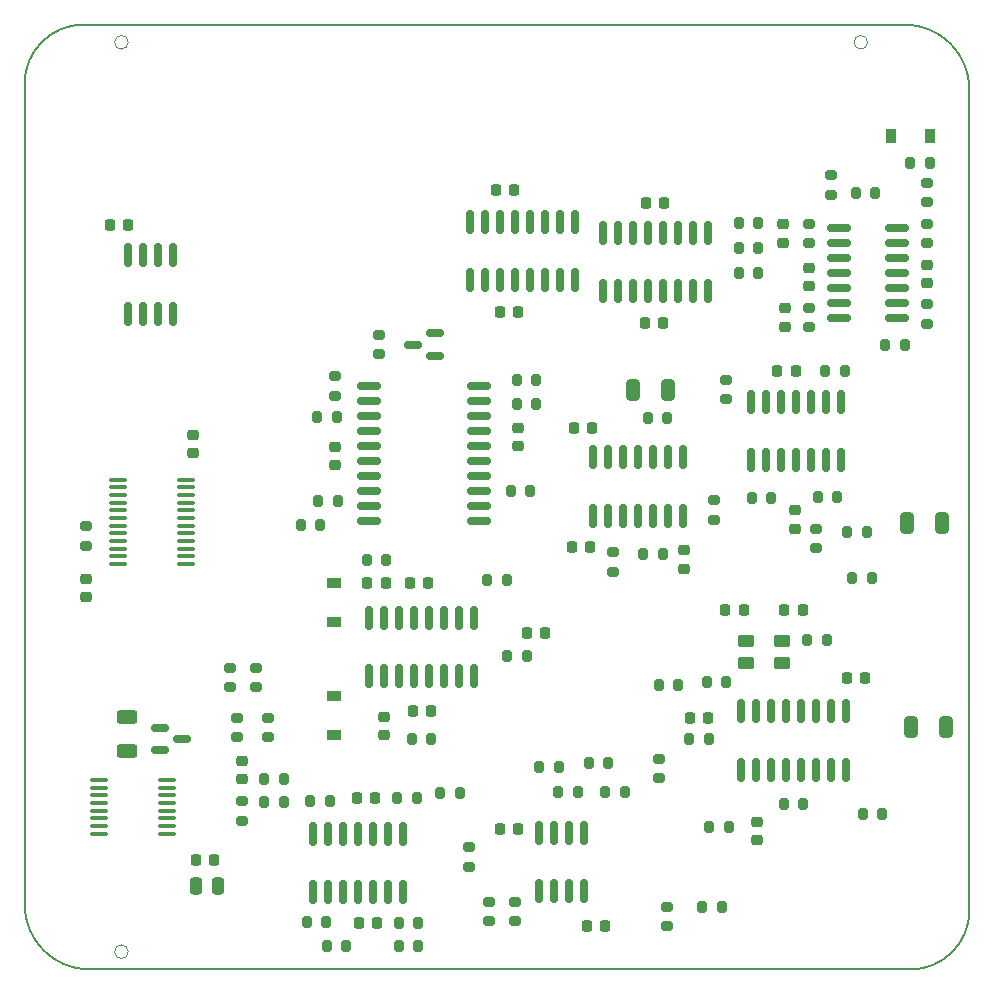
<source format=gbr>
G04 #@! TF.GenerationSoftware,KiCad,Pcbnew,6.0.7-f9a2dced07~116~ubuntu20.04.1*
G04 #@! TF.CreationDate,2022-09-15T12:31:24-07:00*
G04 #@! TF.ProjectId,as3340,61733333-3430-42e6-9b69-6361645f7063,rev?*
G04 #@! TF.SameCoordinates,Original*
G04 #@! TF.FileFunction,Paste,Top*
G04 #@! TF.FilePolarity,Positive*
%FSLAX46Y46*%
G04 Gerber Fmt 4.6, Leading zero omitted, Abs format (unit mm)*
G04 Created by KiCad (PCBNEW 6.0.7-f9a2dced07~116~ubuntu20.04.1) date 2022-09-15 12:31:24*
%MOMM*%
%LPD*%
G01*
G04 APERTURE LIST*
G04 Aperture macros list*
%AMRoundRect*
0 Rectangle with rounded corners*
0 $1 Rounding radius*
0 $2 $3 $4 $5 $6 $7 $8 $9 X,Y pos of 4 corners*
0 Add a 4 corners polygon primitive as box body*
4,1,4,$2,$3,$4,$5,$6,$7,$8,$9,$2,$3,0*
0 Add four circle primitives for the rounded corners*
1,1,$1+$1,$2,$3*
1,1,$1+$1,$4,$5*
1,1,$1+$1,$6,$7*
1,1,$1+$1,$8,$9*
0 Add four rect primitives between the rounded corners*
20,1,$1+$1,$2,$3,$4,$5,0*
20,1,$1+$1,$4,$5,$6,$7,0*
20,1,$1+$1,$6,$7,$8,$9,0*
20,1,$1+$1,$8,$9,$2,$3,0*%
G04 Aperture macros list end*
G04 #@! TA.AperFunction,Profile*
%ADD10C,0.150000*%
G04 #@! TD*
G04 #@! TA.AperFunction,Profile*
%ADD11C,0.050000*%
G04 #@! TD*
%ADD12RoundRect,0.225000X0.225000X0.250000X-0.225000X0.250000X-0.225000X-0.250000X0.225000X-0.250000X0*%
%ADD13RoundRect,0.225000X-0.250000X0.225000X-0.250000X-0.225000X0.250000X-0.225000X0.250000X0.225000X0*%
%ADD14RoundRect,0.150000X0.150000X-0.825000X0.150000X0.825000X-0.150000X0.825000X-0.150000X-0.825000X0*%
%ADD15RoundRect,0.225000X-0.225000X-0.250000X0.225000X-0.250000X0.225000X0.250000X-0.225000X0.250000X0*%
%ADD16RoundRect,0.200000X0.200000X0.275000X-0.200000X0.275000X-0.200000X-0.275000X0.200000X-0.275000X0*%
%ADD17RoundRect,0.250000X0.450000X-0.262500X0.450000X0.262500X-0.450000X0.262500X-0.450000X-0.262500X0*%
%ADD18RoundRect,0.200000X-0.200000X-0.275000X0.200000X-0.275000X0.200000X0.275000X-0.200000X0.275000X0*%
%ADD19RoundRect,0.200000X-0.275000X0.200000X-0.275000X-0.200000X0.275000X-0.200000X0.275000X0.200000X0*%
%ADD20RoundRect,0.225000X0.250000X-0.225000X0.250000X0.225000X-0.250000X0.225000X-0.250000X-0.225000X0*%
%ADD21RoundRect,0.200000X0.275000X-0.200000X0.275000X0.200000X-0.275000X0.200000X-0.275000X-0.200000X0*%
%ADD22RoundRect,0.250000X-0.250000X-0.475000X0.250000X-0.475000X0.250000X0.475000X-0.250000X0.475000X0*%
%ADD23RoundRect,0.250000X-0.625000X0.312500X-0.625000X-0.312500X0.625000X-0.312500X0.625000X0.312500X0*%
%ADD24RoundRect,0.150000X-0.825000X-0.150000X0.825000X-0.150000X0.825000X0.150000X-0.825000X0.150000X0*%
%ADD25RoundRect,0.250000X-0.325000X-0.650000X0.325000X-0.650000X0.325000X0.650000X-0.325000X0.650000X0*%
%ADD26RoundRect,0.100000X-0.637500X-0.100000X0.637500X-0.100000X0.637500X0.100000X-0.637500X0.100000X0*%
%ADD27RoundRect,0.100000X0.637500X0.100000X-0.637500X0.100000X-0.637500X-0.100000X0.637500X-0.100000X0*%
%ADD28RoundRect,0.150000X-0.150000X0.825000X-0.150000X-0.825000X0.150000X-0.825000X0.150000X0.825000X0*%
%ADD29RoundRect,0.250000X0.325000X0.650000X-0.325000X0.650000X-0.325000X-0.650000X0.325000X-0.650000X0*%
%ADD30RoundRect,0.218750X-0.256250X0.218750X-0.256250X-0.218750X0.256250X-0.218750X0.256250X0.218750X0*%
%ADD31R,1.200000X0.900000*%
%ADD32R,0.900000X1.200000*%
%ADD33RoundRect,0.150000X-0.875000X-0.150000X0.875000X-0.150000X0.875000X0.150000X-0.875000X0.150000X0*%
%ADD34RoundRect,0.150000X-0.587500X-0.150000X0.587500X-0.150000X0.587500X0.150000X-0.587500X0.150000X0*%
%ADD35RoundRect,0.150000X0.587500X0.150000X-0.587500X0.150000X-0.587500X-0.150000X0.587500X-0.150000X0*%
G04 APERTURE END LIST*
D10*
X147000000Y179000000D02*
G75*
G03*
X141500000Y184500000I-5500000J0D01*
G01*
X72000000Y184500000D02*
G75*
G03*
X67000000Y179500000I0J-5000000D01*
G01*
X72000000Y184500000D02*
X141500000Y184500000D01*
X142000000Y104500000D02*
G75*
G03*
X147000000Y109500000I0J5000000D01*
G01*
X67000000Y110000000D02*
G75*
G03*
X72500000Y104500000I5500000J0D01*
G01*
X142000000Y104500000D02*
X72500000Y104500000D01*
X67000000Y179500000D02*
X67000000Y110000000D01*
X147000000Y109500000D02*
X147000000Y179000000D01*
D11*
X138376000Y183000000D02*
G75*
G03*
X138376000Y183000000I-576000J0D01*
G01*
X75776000Y106000000D02*
G75*
G03*
X75776000Y106000000I-576000J0D01*
G01*
X75776000Y183000000D02*
G75*
G03*
X75776000Y183000000I-576000J0D01*
G01*
D12*
X108475000Y170475000D03*
X106925000Y170475000D03*
X121075000Y159200000D03*
X119525000Y159200000D03*
D13*
X133400000Y163875000D03*
X133400000Y162325000D03*
D14*
X127655000Y121425000D03*
X128925000Y121425000D03*
X130195000Y121425000D03*
X131465000Y121425000D03*
X132735000Y121425000D03*
X134005000Y121425000D03*
X135275000Y121425000D03*
X136545000Y121425000D03*
X136545000Y126375000D03*
X135275000Y126375000D03*
X134005000Y126375000D03*
X132735000Y126375000D03*
X131465000Y126375000D03*
X130195000Y126375000D03*
X128925000Y126375000D03*
X127655000Y126375000D03*
D15*
X131325000Y134900000D03*
X132875000Y134900000D03*
X136625000Y129200000D03*
X138175000Y129200000D03*
X123325000Y125800000D03*
X124875000Y125800000D03*
D12*
X127875000Y134900000D03*
X126325000Y134900000D03*
D16*
X132925000Y118500000D03*
X131275000Y118500000D03*
X134925000Y132400000D03*
X133275000Y132400000D03*
D17*
X131100000Y130487500D03*
X131100000Y132312500D03*
D18*
X137950000Y117625000D03*
X139600000Y117625000D03*
D16*
X126625000Y116600000D03*
X124975000Y116600000D03*
X124925000Y124000000D03*
X123275000Y124000000D03*
D19*
X120700000Y122325000D03*
X120700000Y120675000D03*
D17*
X128100000Y130487500D03*
X128100000Y132312500D03*
D12*
X132275000Y155200000D03*
X130725000Y155200000D03*
D20*
X132200000Y141825000D03*
X132200000Y143375000D03*
D19*
X134000000Y141825000D03*
X134000000Y140175000D03*
D18*
X136675000Y141500000D03*
X138325000Y141500000D03*
D16*
X135825000Y144500000D03*
X134175000Y144500000D03*
D20*
X97400000Y124325000D03*
X97400000Y125875000D03*
D18*
X92575000Y106500000D03*
X94225000Y106500000D03*
X119375000Y139700000D03*
X121025000Y139700000D03*
D12*
X114875000Y140300000D03*
X113325000Y140300000D03*
D18*
X134775000Y155200000D03*
X136425000Y155200000D03*
D12*
X101425000Y126400000D03*
X99875000Y126400000D03*
D15*
X99625000Y137200000D03*
X101175000Y137200000D03*
D13*
X122800000Y139975000D03*
X122800000Y138425000D03*
D15*
X113525000Y150300000D03*
X115075000Y150300000D03*
D16*
X88925000Y120600000D03*
X87275000Y120600000D03*
X122325000Y128600000D03*
X120675000Y128600000D03*
D18*
X87275000Y118700000D03*
X88925000Y118700000D03*
X90875000Y108500000D03*
X92525000Y108500000D03*
X91175000Y118800000D03*
X92825000Y118800000D03*
D19*
X121400000Y109825000D03*
X121400000Y108175000D03*
D15*
X95125000Y119000000D03*
X96675000Y119000000D03*
D12*
X96875000Y108400000D03*
X95325000Y108400000D03*
D18*
X114775000Y122000000D03*
X116425000Y122000000D03*
D21*
X104600000Y113175000D03*
X104600000Y114825000D03*
D16*
X113825000Y119500000D03*
X112175000Y119500000D03*
X117825000Y119500000D03*
X116175000Y119500000D03*
D15*
X114625000Y108200000D03*
X116175000Y108200000D03*
D16*
X103825000Y119400000D03*
X102175000Y119400000D03*
D19*
X85000000Y125825000D03*
X85000000Y124175000D03*
X84400000Y130025000D03*
X84400000Y128375000D03*
D22*
X81500000Y111575000D03*
X83400000Y111575000D03*
D15*
X81475000Y113775000D03*
X83025000Y113775000D03*
D23*
X75675000Y125900000D03*
X75675000Y122975000D03*
D13*
X81300000Y149775000D03*
X81300000Y148225000D03*
D16*
X101425000Y124000000D03*
X99775000Y124000000D03*
D15*
X107225000Y160200000D03*
X108775000Y160200000D03*
D18*
X128575000Y144400000D03*
X130225000Y144400000D03*
D24*
X135925000Y167310000D03*
X135925000Y166040000D03*
X135925000Y164770000D03*
X135925000Y163500000D03*
X135925000Y162230000D03*
X135925000Y160960000D03*
X135925000Y159690000D03*
X140875000Y159690000D03*
X140875000Y160960000D03*
X140875000Y162230000D03*
X140875000Y163500000D03*
X140875000Y164770000D03*
X140875000Y166040000D03*
X140875000Y167310000D03*
D21*
X85400000Y117075000D03*
X85400000Y118725000D03*
D16*
X100225000Y119000000D03*
X98575000Y119000000D03*
D21*
X86600000Y128375000D03*
X86600000Y130025000D03*
D16*
X112225000Y121600000D03*
X110575000Y121600000D03*
D25*
X141725000Y142300000D03*
X144675000Y142300000D03*
D26*
X74937500Y145975000D03*
X74937500Y145325000D03*
X74937500Y144675000D03*
X74937500Y144025000D03*
X74937500Y143375000D03*
X74937500Y142725000D03*
X74937500Y142075000D03*
X74937500Y141425000D03*
X74937500Y140775000D03*
X74937500Y140125000D03*
X74937500Y139475000D03*
X74937500Y138825000D03*
X80662500Y138825000D03*
X80662500Y139475000D03*
X80662500Y140125000D03*
X80662500Y140775000D03*
X80662500Y141425000D03*
X80662500Y142075000D03*
X80662500Y142725000D03*
X80662500Y143375000D03*
X80662500Y144025000D03*
X80662500Y144675000D03*
X80662500Y145325000D03*
X80662500Y145975000D03*
D27*
X79025000Y116000000D03*
X79025000Y116650000D03*
X79025000Y117300000D03*
X79025000Y117950000D03*
X79025000Y118600000D03*
X79025000Y119250000D03*
X79025000Y119900000D03*
X79025000Y120550000D03*
X73300000Y120550000D03*
X73300000Y119900000D03*
X73300000Y119250000D03*
X73300000Y118600000D03*
X73300000Y117950000D03*
X73300000Y117300000D03*
X73300000Y116650000D03*
X73300000Y116000000D03*
D21*
X87600000Y124175000D03*
X87600000Y125825000D03*
D18*
X124375000Y109800000D03*
X126025000Y109800000D03*
D21*
X125400000Y142575000D03*
X125400000Y144225000D03*
D18*
X91875000Y144200000D03*
X93525000Y144200000D03*
X119775000Y151200000D03*
X121425000Y151200000D03*
D16*
X110325000Y154400000D03*
X108675000Y154400000D03*
X109825000Y145000000D03*
X108175000Y145000000D03*
D18*
X127475000Y165600000D03*
X129125000Y165600000D03*
D28*
X122710000Y147875000D03*
X121440000Y147875000D03*
X120170000Y147875000D03*
X118900000Y147875000D03*
X117630000Y147875000D03*
X116360000Y147875000D03*
X115090000Y147875000D03*
X115090000Y142925000D03*
X116360000Y142925000D03*
X117630000Y142925000D03*
X118900000Y142925000D03*
X120170000Y142925000D03*
X121440000Y142925000D03*
X122710000Y142925000D03*
X105045000Y134275000D03*
X103775000Y134275000D03*
X102505000Y134275000D03*
X101235000Y134275000D03*
X99965000Y134275000D03*
X98695000Y134275000D03*
X97425000Y134275000D03*
X96155000Y134275000D03*
X96155000Y129325000D03*
X97425000Y129325000D03*
X98695000Y129325000D03*
X99965000Y129325000D03*
X101235000Y129325000D03*
X102505000Y129325000D03*
X103775000Y129325000D03*
X105045000Y129325000D03*
D18*
X127475000Y163500000D03*
X129125000Y163500000D03*
D28*
X136110000Y152575000D03*
X134840000Y152575000D03*
X133570000Y152575000D03*
X132300000Y152575000D03*
X131030000Y152575000D03*
X129760000Y152575000D03*
X128490000Y152575000D03*
X128490000Y147625000D03*
X129760000Y147625000D03*
X131030000Y147625000D03*
X132300000Y147625000D03*
X133570000Y147625000D03*
X134840000Y147625000D03*
X136110000Y147625000D03*
D18*
X91775000Y151300000D03*
X93425000Y151300000D03*
D29*
X144975000Y125000000D03*
X142025000Y125000000D03*
D21*
X72200000Y140375000D03*
X72200000Y142025000D03*
D30*
X72200000Y137587500D03*
X72200000Y136012500D03*
D31*
X93200000Y127650000D03*
X93200000Y124350000D03*
D15*
X96025000Y137200000D03*
X97575000Y137200000D03*
X107225000Y116400000D03*
X108775000Y116400000D03*
D18*
X95975000Y139200000D03*
X97625000Y139200000D03*
D19*
X108500000Y110225000D03*
X108500000Y108575000D03*
D21*
X106300000Y108575000D03*
X106300000Y110225000D03*
D13*
X129000000Y117025000D03*
X129000000Y115475000D03*
D16*
X143625000Y172800000D03*
X141975000Y172800000D03*
D18*
X124775000Y128800000D03*
X126425000Y128800000D03*
D16*
X129125000Y167700000D03*
X127475000Y167700000D03*
D28*
X124845000Y166875000D03*
X123575000Y166875000D03*
X122305000Y166875000D03*
X121035000Y166875000D03*
X119765000Y166875000D03*
X118495000Y166875000D03*
X117225000Y166875000D03*
X115955000Y166875000D03*
X115955000Y161925000D03*
X117225000Y161925000D03*
X118495000Y161925000D03*
X119765000Y161925000D03*
X121035000Y161925000D03*
X122305000Y161925000D03*
X123575000Y161925000D03*
X124845000Y161925000D03*
D15*
X119625000Y169400000D03*
X121175000Y169400000D03*
X74225000Y167500000D03*
X75775000Y167500000D03*
D18*
X98675000Y106500000D03*
X100325000Y106500000D03*
D16*
X100325000Y108400000D03*
X98675000Y108400000D03*
D14*
X104705000Y162875000D03*
X105975000Y162875000D03*
X107245000Y162875000D03*
X108515000Y162875000D03*
X109785000Y162875000D03*
X111055000Y162875000D03*
X112325000Y162875000D03*
X113595000Y162875000D03*
X113595000Y167825000D03*
X112325000Y167825000D03*
X111055000Y167825000D03*
X109785000Y167825000D03*
X108515000Y167825000D03*
X107245000Y167825000D03*
X105975000Y167825000D03*
X104705000Y167825000D03*
D32*
X140350000Y175100000D03*
X143650000Y175100000D03*
D13*
X143400000Y164175000D03*
X143400000Y162625000D03*
D16*
X141525000Y157400000D03*
X139875000Y157400000D03*
D21*
X143400000Y159175000D03*
X143400000Y160825000D03*
X135300000Y170075000D03*
X135300000Y171725000D03*
X116800000Y138175000D03*
X116800000Y139825000D03*
D28*
X99010000Y116005000D03*
X97740000Y116005000D03*
X96470000Y116005000D03*
X95200000Y116005000D03*
X93930000Y116005000D03*
X92660000Y116005000D03*
X91390000Y116005000D03*
X91390000Y111055000D03*
X92660000Y111055000D03*
X93930000Y111055000D03*
X95200000Y111055000D03*
X96470000Y111055000D03*
X97740000Y111055000D03*
X99010000Y111055000D03*
D20*
X108800000Y148825000D03*
X108800000Y150375000D03*
X93300000Y147225000D03*
X93300000Y148775000D03*
X131400000Y158925000D03*
X131400000Y160475000D03*
D13*
X131200000Y167575000D03*
X131200000Y166025000D03*
D21*
X133400000Y165975000D03*
X133400000Y167625000D03*
D16*
X139025000Y170200000D03*
X137375000Y170200000D03*
D19*
X143400000Y167625000D03*
X143400000Y165975000D03*
D21*
X143400000Y169475000D03*
X143400000Y171125000D03*
D18*
X90375000Y142100000D03*
X92025000Y142100000D03*
D16*
X110325000Y152400000D03*
X108675000Y152400000D03*
D19*
X93300000Y154725000D03*
X93300000Y153075000D03*
D33*
X96150000Y153915000D03*
X96150000Y152645000D03*
X96150000Y151375000D03*
X96150000Y150105000D03*
X96150000Y148835000D03*
X96150000Y147565000D03*
X96150000Y146295000D03*
X96150000Y145025000D03*
X96150000Y143755000D03*
X96150000Y142485000D03*
X105450000Y142485000D03*
X105450000Y143755000D03*
X105450000Y145025000D03*
X105450000Y146295000D03*
X105450000Y147565000D03*
X105450000Y148835000D03*
X105450000Y150105000D03*
X105450000Y151375000D03*
X105450000Y152645000D03*
X105450000Y153915000D03*
D34*
X78462500Y124950000D03*
X78462500Y123050000D03*
X80337500Y124000000D03*
D28*
X114405000Y116075000D03*
X113135000Y116075000D03*
X111865000Y116075000D03*
X110595000Y116075000D03*
X110595000Y111125000D03*
X111865000Y111125000D03*
X113135000Y111125000D03*
X114405000Y111125000D03*
D18*
X106175000Y137500000D03*
X107825000Y137500000D03*
D19*
X133400000Y160525000D03*
X133400000Y158875000D03*
D18*
X107875000Y131000000D03*
X109525000Y131000000D03*
D15*
X109525000Y133000000D03*
X111075000Y133000000D03*
D16*
X138725000Y137600000D03*
X137075000Y137600000D03*
D20*
X85400000Y120625000D03*
X85400000Y122175000D03*
D21*
X126400000Y152775000D03*
X126400000Y154425000D03*
D31*
X93200000Y137250000D03*
X93200000Y133950000D03*
D14*
X75795000Y160025000D03*
X77065000Y160025000D03*
X78335000Y160025000D03*
X79605000Y160025000D03*
X79605000Y164975000D03*
X78335000Y164975000D03*
X77065000Y164975000D03*
X75795000Y164975000D03*
D35*
X101737500Y156450000D03*
X101737500Y158350000D03*
X99862500Y157400000D03*
D19*
X97000000Y158225000D03*
X97000000Y156575000D03*
D25*
X118525000Y153600000D03*
X121475000Y153600000D03*
M02*

</source>
